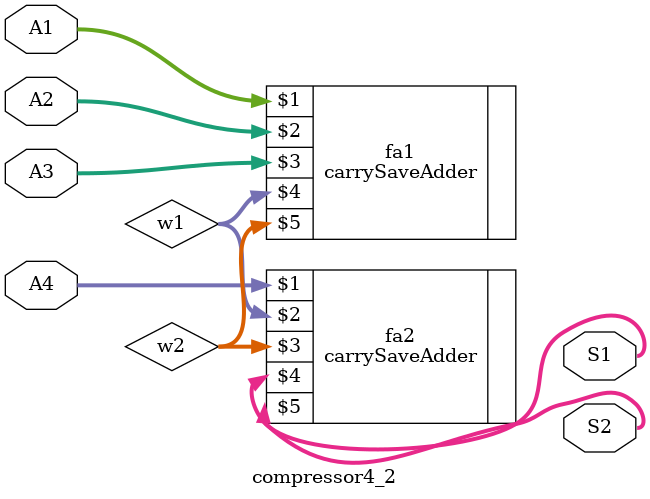
<source format=v>
`timescale 1ns / 1ps
module compressor4_2(
    input [31:0] A1,
    input [31:0] A2,
    input [31:0] A3,
    input [31:0] A4,
    output [31:0] S1,
    output [31:0] S2
);
	
	wire [31:0] w1, w2;

	carrySaveAdder fa1 (A1, A2, A3, w1, w2);
	carrySaveAdder fa2 (A4, w1, w2, S1, S2);

endmodule

</source>
